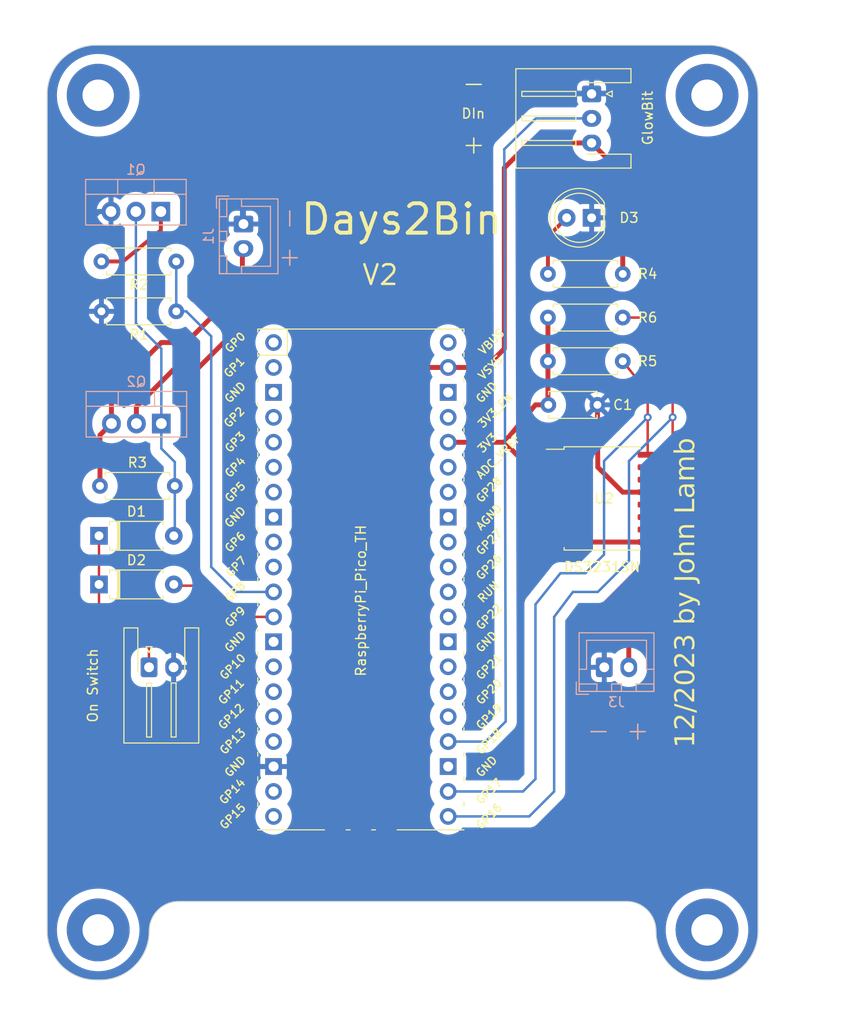
<source format=kicad_pcb>
(kicad_pcb (version 20221018) (generator pcbnew)
  (layers (0 "F.Cu" signal) (31 "B.Cu" signal) (34 "B.Paste" user) (35 "F.Paste" user) (36 "B.SilkS" user "B.Silkscreen") (37 "F.SilkS" user "F.Silkscreen") (38 "B.Mask" user) (39 "F.Mask" user) (44 "Edge.Cuts" user))
  (net 0 "")
  (net 1 "Net-(D1-K)")
  (net 2 "GND")
  (net 11 "Net-(D2-A)")
  (net 13 "Net-(D1-A)")
  (net 23 "4.5VBattery")
  (net 24 "3VBattery")
  (net 40 "3.3V")
  (net 41 "GlowBitDIn")
  (net 43 "SW_4.5V")
  (net 44 "SwitchPwrOn")
  (net 45 "Net-(Q1-Pad1)")
  (net 46 "SDA")
  (net 47 "SCL")
  (net 50 "Net-(D3-A)")
  (footprint "Resistor_THT:R_Axial_DIN0207_L6.3mm_D2.5mm_P7.62mm_Horizontal" (layer "F.Cu") (at 134.62 74.295 180)
    (fp_text reference "R6" (at -2.54 -4.445) (layer "F.SilkS"))
    (fp_text value "330")
    (fp_line (start 0.54 -1.37) (end 7.08 -1.37) (stroke (width 0.12)) (layer "F.SilkS"))
    (fp_line (start 0.54 -1.04) (end 0.54 -1.37) (stroke (width 0.12)) (layer "F.SilkS"))
    (fp_line (start 0.54 1.04) (end 0.54 1.37) (stroke (width 0.12)) (layer "F.SilkS"))
    (fp_line (start 0.54 1.37) (end 7.08 1.37) (stroke (width 0.12)) (layer "F.SilkS"))
    (fp_line (start 7.08 -1.37) (end 7.08 -1.04) (stroke (width 0.12)) (layer "F.SilkS"))
    (fp_line (start 7.08 1.37) (end 7.08 1.04) (stroke (width 0.12)) (layer "F.SilkS"))
    (pad "1" thru_hole circle (at 0 0 180) (size 1.6 1.6) (drill 0.8) (layers "*.Cu" "*.Mask") (net 43 "SW_4.5V"))
    (pad "2" thru_hole oval (at 7.62 0 180) (size 1.6 1.6) (drill 0.8) (layers "*.Cu" "*.Mask") (net 50 "Net-(D3-A)"))
  )
  (footprint "Package_SO:SOIC-16W_7.5x10.3mm_P1.27mm" (layer "F.Cu") (at 132.51 97.155)
    (fp_text reference "U2" (at 0.205 0) (layer "F.SilkS"))
    (fp_text value "DS3231SN" (at 0 6.985) (layer "F.SilkS"))
    (fp_line (start -3.86 -5.26) (end -3.86 -5.005) (stroke (width 0.12)) (layer "F.SilkS"))
    (fp_line (start -3.86 -5.005) (end -5.675 -5.005) (stroke (width 0.12)) (layer "F.SilkS"))
    (fp_line (start -3.86 5.26) (end -3.86 5.005) (stroke (width 0.12)) (layer "F.SilkS"))
    (fp_line (start 0 -5.26) (end -3.86 -5.26) (stroke (width 0.12)) (layer "F.SilkS"))
    (fp_line (start 0 -5.26) (end 3.86 -5.26) (stroke (width 0.12)) (layer "F.SilkS"))
    (fp_line (start 0 5.26) (end -3.86 5.26) (stroke (width 0.12)) (layer "F.SilkS"))
    (fp_line (start 0 5.26) (end 3.86 5.26) (stroke (width 0.12)) (layer "F.SilkS"))
    (fp_line (start 3.86 -5.26) (end 3.86 -5.005) (stroke (width 0.12)) (layer "F.SilkS"))
    (fp_line (start 3.86 5.26) (end 3.86 5.005) (stroke (width 0.12)) (layer "F.SilkS"))
    (pad "1" smd roundrect (at -4.65 -4.445) (size 2.05 0.6) (layers "F.Cu" "F.Paste" "F.Mask"))
    (pad "2" smd roundrect (at -4.65 -3.175) (size 2.05 0.6) (layers "F.Cu" "F.Paste" "F.Mask") (net 40 "3.3V"))
    (pad "3" smd roundrect (at -4.65 -1.905) (size 2.05 0.6) (layers "F.Cu" "F.Paste" "F.Mask"))
    (pad "4" smd roundrect (at -4.65 -0.635) (size 2.05 0.6) (layers "F.Cu" "F.Paste" "F.Mask"))
    (pad "5" smd roundrect (at -4.65 0.635) (size 2.05 0.6) (layers "F.Cu" "F.Paste" "F.Mask") (net 2 "GND"))
    (pad "6" smd roundrect (at -4.65 1.905) (size 2.05 0.6) (layers "F.Cu" "F.Paste" "F.Mask") (net 2 "GND"))
    (pad "7" smd roundrect (at -4.65 3.175) (size 2.05 0.6) (layers "F.Cu" "F.Paste" "F.Mask") (net 2 "GND"))
    (pad "8" smd roundrect (at -4.65 4.445) (size 2.05 0.6) (layers "F.Cu" "F.Paste" "F.Mask") (net 2 "GND"))
    (pad "9" smd roundrect (at 4.65 4.445) (size 2.05 0.6) (layers "F.Cu" "F.Paste" "F.Mask") (net 2 "GND"))
    (pad "10" smd roundrect (at 4.65 3.175) (size 2.05 0.6) (layers "F.Cu" "F.Paste" "F.Mask") (net 2 "GND"))
    (pad "11" smd roundrect (at 4.65 1.905) (size 2.05 0.6) (layers "F.Cu" "F.Paste" "F.Mask") (net 2 "GND"))
    (pad "12" smd roundrect (at 4.65 0.635) (size 2.05 0.6) (layers "F.Cu" "F.Paste" "F.Mask") (net 2 "GND"))
    (pad "13" smd roundrect (at 4.65 -0.635) (size 2.05 0.6) (layers "F.Cu" "F.Paste" "F.Mask") (net 2 "GND"))
    (pad "14" smd roundrect (at 4.65 -1.905) (size 2.05 0.6) (layers "F.Cu" "F.Paste" "F.Mask") (net 24 "3VBattery"))
    (pad "15" smd roundrect (at 4.65 -3.175) (size 2.05 0.6) (layers "F.Cu" "F.Paste" "F.Mask") (net 46 "SDA"))
    (pad "16" smd roundrect (at 4.65 -4.445) (size 2.05 0.6) (layers "F.Cu" "F.Paste" "F.Mask") (net 47 "SCL"))
  )
  (footprint "Resistor_THT:R_Axial_DIN0207_L6.3mm_D2.5mm_P7.62mm_Horizontal" (layer "F.Cu") (at 89.15 73.025 180)
    (fp_text reference "R2" (at 3.81 -2.37) (layer "F.SilkS"))
    (fp_text value "100")
    (fp_line (start 0.54 -1.37) (end 7.08 -1.37) (stroke (width 0.12)) (layer "F.SilkS"))
    (fp_line (start 0.54 -1.04) (end 0.54 -1.37) (stroke (width 0.12)) (layer "F.SilkS"))
    (fp_line (start 0.54 1.04) (end 0.54 1.37) (stroke (width 0.12)) (layer "F.SilkS"))
    (fp_line (start 0.54 1.37) (end 7.08 1.37) (stroke (width 0.12)) (layer "F.SilkS"))
    (fp_line (start 7.08 -1.37) (end 7.08 -1.04) (stroke (width 0.12)) (layer "F.SilkS"))
    (fp_line (start 7.08 1.37) (end 7.08 1.04) (stroke (width 0.12)) (layer "F.SilkS"))
    (pad "1" thru_hole circle (at 0 0 180) (size 1.6 1.6) (drill 0.8) (layers "*.Cu" "*.Mask") (net 44 "SwitchPwrOn"))
    (pad "2" thru_hole oval (at 7.62 0 180) (size 1.6 1.6) (drill 0.8) (layers "*.Cu" "*.Mask") (net 45 "Net-(Q1-Pad1)"))
  )
  (footprint "MountingHole:MountingHole_3.2mm_M3_Pad" (layer "F.Cu") (at 81.2 141.1)
    (fp_text reference "H4" hide)
    (fp_text value "MountingHole_Pad" hide)
    (pad "1" thru_hole circle (at 0 0) (size 6.4 6.4) (drill 3.2) (layers "*.Cu" "*.Mask"))
  )
  (footprint "LED_THT:LED_D5.0mm" (layer "F.Cu") (at 131.45 68.58 180)
    (fp_text reference "D3" (at -3.81 0) (layer "F.SilkS"))
    (fp_text value "LED")
    (fp_line (start -1.29 -1.545) (end -1.29 1.545) (stroke (width 0.12)) (layer "F.SilkS"))
    (fp_arc (start -1.29 -1.54483) (mid 2.072002 -2.880433) (end 4.26 0.000462) (stroke (width 0.12)) (layer "F.SilkS"))
    (fp_arc (start 4.26 -0.000462) (mid 2.072002 2.880433) (end -1.29 1.54483) (stroke (width 0.12)) (layer "F.SilkS"))
    (fp_circle (center 1.27 0) (end 3.77 0) (stroke (width 0.12)) (fill none) (layer "F.SilkS"))
    (pad "1" thru_hole rect (at 0 0 180) (size 1.8 1.8) (drill 0.9) (layers "*.Cu" "*.Mask") (net 2 "GND"))
    (pad "2" thru_hole circle (at 2.54 0 180) (size 1.8 1.8) (drill 0.9) (layers "*.Cu" "*.Mask") (net 50 "Net-(D3-A)"))
  )
  (footprint "Capacitor_THT:C_Disc_D4.7mm_W2.5mm_P5.00mm" (layer "F.Cu") (at 127.04 87.63)
    (fp_text reference "C1" (at 7.58 0) (layer "F.SilkS"))
    (fp_text value "0.22uF")
    (fp_line (start 0.03 -1.37) (end 0.03 -1.055) (stroke (width 0.12)) (layer "F.SilkS"))
    (fp_line (start 0.03 -1.37) (end 4.97 -1.37) (stroke (width 0.12)) (layer "F.SilkS"))
    (fp_line (start 0.03 1.055) (end 0.03 1.37) (stroke (width 0.12)) (layer "F.SilkS"))
    (fp_line (start 0.03 1.37) (end 4.97 1.37) (stroke (width 0.12)) (layer "F.SilkS"))
    (fp_line (start 4.97 -1.37) (end 4.97 -1.055) (stroke (width 0.12)) (layer "F.SilkS"))
    (fp_line (start 4.97 1.055) (end 4.97 1.37) (stroke (width 0.12)) (layer "F.SilkS"))
    (pad "1" thru_hole circle (at 0 0) (size 1.6 1.6) (drill 0.8) (layers "*.Cu" "*.Mask") (net 40 "3.3V"))
    (pad "2" thru_hole circle (at 5 0) (size 1.6 1.6) (drill 0.8) (layers "*.Cu" "*.Mask") (net 2 "GND"))
  )
  (footprint "Resistor_THT:R_Axial_DIN0207_L6.3mm_D2.5mm_P7.62mm_Horizontal" (layer "F.Cu") (at 89.15 78.105 180)
    (fp_text reference "R1" (at 3.81 -2.37) (layer "F.SilkS"))
    (fp_text value "20k")
    (fp_line (start 0.54 -1.37) (end 7.08 -1.37) (stroke (width 0.12)) (layer "F.SilkS"))
    (fp_line (start 0.54 -1.04) (end 0.54 -1.37) (stroke (width 0.12)) (layer "F.SilkS"))
    (fp_line (start 0.54 1.04) (end 0.54 1.37) (stroke (width 0.12)) (layer "F.SilkS"))
    (fp_line (start 0.54 1.37) (end 7.08 1.37) (stroke (width 0.12)) (layer "F.SilkS"))
    (fp_line (start 7.08 -1.37) (end 7.08 -1.04) (stroke (width 0.12)) (layer "F.SilkS"))
    (fp_line (start 7.08 1.37) (end 7.08 1.04) (stroke (width 0.12)) (layer "F.SilkS"))
    (pad "1" thru_hole circle (at 0 0 180) (size 1.6 1.6) (drill 0.8) (layers "*.Cu" "*.Mask") (net 44 "SwitchPwrOn"))
    (pad "2" thru_hole oval (at 7.62 0 180) (size 1.6 1.6) (drill 0.8) (layers "*.Cu" "*.Mask") (net 2 "GND"))
  )
  (footprint "MountingHole:MountingHole_3.2mm_M3_Pad" (layer "F.Cu") (at 81.2 56.1)
    (fp_text reference "H1" hide)
    (fp_text value "MountingHole_Pad" hide)
    (pad "1" thru_hole circle (at 0 0) (size 6.4 6.4) (drill 3.2) (layers "*.Cu" "*.Mask"))
  )
  (footprint "MountingHole:MountingHole_3.2mm_M3_Pad" (layer "F.Cu") (at 143.2 56.1)
    (fp_text reference "H2" hide)
    (fp_text value "MountingHole_Pad" hide)
    (pad "1" thru_hole circle (at 0 0) (size 6.4 6.4) (drill 3.2) (layers "*.Cu" "*.Mask"))
  )
  (footprint "Diode_THT:D_A-405_P7.62mm_Horizontal" (layer "F.Cu") (at 81.28 105.918)
    (fp_text reference "D2" (at 3.81 -2.47) (layer "F.SilkS"))
    (fp_text value "1N4004")
    (fp_line (start 1.09 -1.47) (end 6.53 -1.47) (stroke (width 0.12)) (layer "F.SilkS"))
    (fp_line (start 1.09 -1.14) (end 1.09 -1.47) (stroke (width 0.12)) (layer "F.SilkS"))
    (fp_line (start 1.09 1.14) (end 1.09 1.47) (stroke (width 0.12)) (layer "F.SilkS"))
    (fp_line (start 1.09 1.47) (end 6.53 1.47) (stroke (width 0.12)) (layer "F.SilkS"))
    (fp_line (start 1.87 -1.47) (end 1.87 1.47) (stroke (width 0.12)) (layer "F.SilkS"))
    (fp_line (start 1.99 -1.47) (end 1.99 1.47) (stroke (width 0.12)) (layer "F.SilkS"))
    (fp_line (start 2.11 -1.47) (end 2.11 1.47) (stroke (width 0.12)) (layer "F.SilkS"))
    (fp_line (start 6.53 -1.47) (end 6.53 -1.14) (stroke (width 0.12)) (layer "F.SilkS"))
    (fp_line (start 6.53 1.47) (end 6.53 1.14) (stroke (width 0.12)) (layer "F.SilkS"))
    (pad "1" thru_hole rect (at 0 0) (size 1.8 1.8) (drill 0.9) (layers "*.Cu" "*.Mask") (net 1 "Net-(D1-K)"))
    (pad "2" thru_hole oval (at 7.62 0) (size 1.8 1.8) (drill 0.9) (layers "*.Cu" "*.Mask") (net 11 "Net-(D2-A)"))
  )
  (footprint "Resistor_THT:R_Axial_DIN0207_L6.3mm_D2.5mm_P7.62mm_Horizontal" (layer "F.Cu") (at 81.38 95.885)
    (fp_text reference "R3" (at 3.81 -2.37) (layer "F.SilkS"))
    (fp_text value "20k")
    (fp_line (start 0.54 -1.37) (end 7.08 -1.37) (stroke (width 0.12)) (layer "F.SilkS"))
    (fp_line (start 0.54 -1.04) (end 0.54 -1.37) (stroke (width 0.12)) (layer "F.SilkS"))
    (fp_line (start 0.54 1.04) (end 0.54 1.37) (stroke (width 0.12)) (layer "F.SilkS"))
    (fp_line (start 0.54 1.37) (end 7.08 1.37) (stroke (width 0.12)) (layer "F.SilkS"))
    (fp_line (start 7.08 -1.37) (end 7.08 -1.04) (stroke (width 0.12)) (layer "F.SilkS"))
    (fp_line (start 7.08 1.37) (end 7.08 1.04) (stroke (width 0.12)) (layer "F.SilkS"))
    (pad "1" thru_hole circle (at 0 0) (size 1.6 1.6) (drill 0.8) (layers "*.Cu" "*.Mask") (net 23 "4.5VBattery"))
    (pad "2" thru_hole oval (at 7.62 0) (size 1.6 1.6) (drill 0.8) (layers "*.Cu" "*.Mask") (net 13 "Net-(D1-A)"))
  )
  (footprint "MountingHole:MountingHole_3.2mm_M3_Pad" (layer "F.Cu") (at 143.2 141.1)
    (fp_text reference "H3" hide)
    (fp_text value "MountingHole_Pad" hide)
    (pad "1" thru_hole circle (at 0 0) (size 6.4 6.4) (drill 3.2) (layers "*.Cu" "*.Mask"))
  )
  (footprint "Connector_JST:JST_XH_S3B-XH-A-1_1x03_P2.50mm_Horizontal" (layer "F.Cu") (at 131.445 55.96 -90)
    (fp_text reference "J4" hide)
    (fp_text value "GlowBit" (at 2.46 -5.715 90) (layer "F.SilkS"))
    (fp_line (start -2.56 -4.01) (end -1.14 -4.01) (stroke (width 0.12)) (layer "F.SilkS"))
    (fp_line (start -2.56 7.71) (end -2.56 -4.01) (stroke (width 0.12)) (layer "F.SilkS"))
    (fp_line (start -1.14 -4.01) (end -1.14 0.49) (stroke (width 0.12)) (layer "F.SilkS"))
    (fp_line (start -0.3 -2.1) (end 0.3 -2.1) (stroke (width 0.12)) (layer "F.SilkS"))
    (fp_line (start -0.25 1.6) (end -0.25 7.1) (stroke (width 0.12)) (layer "F.SilkS"))
    (fp_line (start -0.25 7.1) (end 0.25 7.1) (stroke (width 0.12)) (layer "F.SilkS"))
    (fp_line (start 0 -1.5) (end -0.3 -2.1) (stroke (width 0.12)) (layer "F.SilkS"))
    (fp_line (start 0.25 1.6) (end -0.25 1.6) (stroke (width 0.12)) (layer "F.SilkS"))
    (fp_line (start 0.25 7.1) (end 0.25 1.6) (stroke (width 0.12)) (layer "F.SilkS"))
    (fp_line (start 0.3 -2.1) (end 0 -1.5) (stroke (width 0.12)) (layer "F.SilkS"))
    (fp_line (start 2.25 1.6) (end 2.25 7.1) (stroke (width 0.12)) (layer "F.SilkS"))
    (fp_line (start 2.25 7.1) (end 2.75 7.1) (stroke (width 0.12)) (layer "F.SilkS"))
    (fp_line (start 2.5 7.71) (end -2.56 7.71) (stroke (width 0.12)) (layer "F.SilkS"))
    (fp_line (start 2.5 7.71) (end 7.56 7.71) (stroke (width 0.12)) (layer "F.SilkS"))
    (fp_line (start 2.75 1.6) (end 2.25 1.6) (stroke (width 0.12)) (layer "F.SilkS"))
    (fp_line (start 2.75 7.1) (end 2.75 1.6) (stroke (width 0.12)) (layer "F.SilkS"))
    (fp_line (start 4.75 1.6) (end 4.75 7.1) (stroke (width 0.12)) (layer "F.SilkS"))
    (fp_line (start 4.75 7.1) (end 5.25 7.1) (stroke (width 0.12)) (layer "F.SilkS"))
    (fp_line (start 5.25 1.6) (end 4.75 1.6) (stroke (width 0.12)) (layer "F.SilkS"))
    (fp_line (start 5.25 7.1) (end 5.25 1.6) (stroke (width 0.12)) (layer "F.SilkS"))
    (fp_line (start 6.14 -4.01) (end 6.14 0.49) (stroke (width 0.12)) (layer "F.SilkS"))
    (fp_line (start 7.56 -4.01) (end 6.14 -4.01) (stroke (width 0.12)) (layer "F.SilkS"))
    (fp_line (start 7.56 7.71) (end 7.56 -4.01) (stroke (width 0.12)) (layer "F.SilkS"))
    (pad "1" thru_hole roundrect (at 0 0 270) (size 1.7 1.95) (drill 0.95) (layers "*.Cu" "*.Mask") (roundrect_rratio 0.1470588235) (net 2 "GND"))
    (pad "2" thru_hole oval (at 2.5 0 270) (size 1.7 1.95) (drill 0.95) (layers "*.Cu" "*.Mask") (net 41 "GlowBitDIn"))
    (pad "3" thru_hole oval (at 5 0 270) (size 1.7 1.95) (drill 0.95) (layers "*.Cu" "*.Mask") (net 43 "SW_4.5V"))
  )
  (footprint "Resistor_THT:R_Axial_DIN0207_L6.3mm_D2.5mm_P7.62mm_Horizontal" (layer "F.Cu") (at 127 78.74)
    (fp_text reference "R4" (at 10.16 -4.445) (layer "F.SilkS"))
    (fp_text value "10k")
    (fp_line (start 0.54 -1.37) (end 7.08 -1.37) (stroke (width 0.12)) (layer "F.SilkS"))
    (fp_line (start 0.54 -1.04) (end 0.54 -1.37) (stroke (width 0.12)) (layer "F.SilkS"))
    (fp_line (start 0.54 1.04) (end 0.54 1.37) (stroke (width 0.12)) (layer "F.SilkS"))
    (fp_line (start 0.54 1.37) (end 7.08 1.37) (stroke (width 0.12)) (layer "F.SilkS"))
    (fp_line (start 7.08 -1.37) (end 7.08 -1.04) (stroke (width 0.12)) (layer "F.SilkS"))
    (fp_line (start 7.08 1.37) (end 7.08 1.04) (stroke (width 0.12)) (layer "F.SilkS"))
    (pad "1" thru_hole circle (at 0 0) (size 1.6 1.6) (drill 0.8) (layers "*.Cu" "*.Mask") (net 40 "3.3V"))
    (pad "2" thru_hole oval (at 7.62 0) (size 1.6 1.6) (drill 0.8) (layers "*.Cu" "*.Mask") (net 46 "SDA"))
  )
  (footprint "Diode_THT:D_A-405_P7.62mm_Horizontal" (layer "F.Cu") (at 81.28 100.965)
    (fp_text reference "D1" (at 3.81 -2.47) (layer "F.SilkS"))
    (fp_text value "1N4004")
    (fp_line (start 1.09 -1.47) (end 6.53 -1.47) (stroke (width 0.12)) (layer "F.SilkS"))
    (fp_line (start 1.09 -1.14) (end 1.09 -1.47) (stroke (width 0.12)) (layer "F.SilkS"))
    (fp_line (start 1.09 1.14) (end 1.09 1.47) (stroke (width 0.12)) (layer "F.SilkS"))
    (fp_line (start 1.09 1.47) (end 6.53 1.47) (stroke (width 0.12)) (layer "F.SilkS"))
    (fp_line (start 1.87 -1.47) (end 1.87 1.47) (stroke (width 0.12)) (layer "F.SilkS"))
    (fp_line (start 1.99 -1.47) (end 1.99 1.47) (stroke (width 0.12)) (layer "F.SilkS"))
    (fp_line (start 2.11 -1.47) (end 2.11 1.47) (stroke (width 0.12)) (layer "F.SilkS"))
    (fp_line (start 6.53 -1.47) (end 6.53 -1.14) (stroke (width 0.12)) (layer "F.SilkS"))
    (fp_line (start 6.53 1.47) (end 6.53 1.14) (stroke (width 0.12)) (layer "F.SilkS"))
    (pad "1" thru_hole rect (at 0 0) (size 1.8 1.8) (drill 0.9) (layers "*.Cu" "*.Mask") (net 1 "Net-(D1-K)"))
    (pad "2" thru_hole oval (at 7.62 0) (size 1.8 1.8) (drill 0.9) (layers "*.Cu" "*.Mask") (net 13 "Net-(D1-A)"))
  )
  (footprint "Connector_JST:JST_XH_S2B-XH-A-1_1x02_P2.50mm_Horizontal" (layer "F.Cu") (at 86.38 114.355)
    (fp_text reference "J2" hide)
    (fp_text value "On Switch" (at -5.735 1.85 90) (layer "F.SilkS"))
    (fp_line (start -2.56 -4.01) (end -1.14 -4.01) (stroke (width 0.12)) (layer "F.SilkS"))
    (fp_line (start -2.56 7.71) (end -2.56 -4.01) (stroke (width 0.12)) (layer "F.SilkS"))
    (fp_line (start -1.14 -4.01) (end -1.14 0.49) (stroke (width 0.12)) (layer "F.SilkS"))
    (fp_line (start -0.3 -2.1) (end 0.3 -2.1) (stroke (width 0.12)) (layer "F.SilkS"))
    (fp_line (start -0.25 1.6) (end -0.25 7.1) (stroke (width 0.12)) (layer "F.SilkS"))
    (fp_line (start -0.25 7.1) (end 0.25 7.1) (stroke (width 0.12)) (layer "F.SilkS"))
    (fp_line (start 0 -1.5) (end -0.3 -2.1) (stroke (width 0.12)) (layer "F.SilkS"))
    (fp_line (start 0.25 1.6) (end -0.25 1.6) (stroke (width 0.12)) (layer "F.SilkS"))
    (fp_line (start 0.25 7.1) (end 0.25 1.6) (stroke (width 0.12)) (layer "F.SilkS"))
    (fp_line (start 0.3 -2.1) (end 0 -1.5) (stroke (width 0.12)) (layer "F.SilkS"))
    (fp_line (start 1.25 7.71) (end -2.56 7.71) (stroke (width 0.12)) (layer "F.SilkS"))
    (fp_line (start 1.25 7.71) (end 5.06 7.71) (stroke (width 0.12)) (layer "F.SilkS"))
    (fp_line (start 2.25 1.6) (end 2.25 7.1) (stroke (width 0.12)) (layer "F.SilkS"))
    (fp_line (start 2.25 7.1) (end 2.75 7.1) (stroke (width 0.12)) (layer "F.SilkS"))
    (fp_line (start 2.75 1.6) (end 2.25 1.6) (stroke (width 0.12)) (layer "F.SilkS"))
    (fp_line (start 2.75 7.1) (end 2.75 1.6) (stroke (width 0.12)) (layer "F.SilkS"))
    (fp_line (start 3.64 -4.01) (end 3.64 0.49) (stroke (width 0.12)) (layer "F.SilkS"))
    (fp_line (start 5.06 -4.01) (end 3.64 -4.01) (stroke (width 0.12)) (layer "F.SilkS"))
    (fp_line (start 5.06 7.71) (end 5.06 -4.01) (stroke (width 0.12)) (layer "F.SilkS"))
    (pad "1" thru_hole roundrect (at 0 0) (size 1.7 2) (drill 1) (layers "*.Cu" "*.Mask") (roundrect_rratio 0.1470588235) (net 1 "Net-(D1-K)"))
    (pad "2" thru_hole oval (at 2.5 0) (size 1.7 2) (drill 1) (layers "*.Cu" "*.Mask") (net 2 "GND"))
  )
  (footprint "MyFootprints:RPi_Pico_TH" (layer "F.Cu") (at 107.95 105.41)
    (fp_text reference "U1" hide)
    (fp_text value "RaspberryPi_Pico_TH" (at 0 2.159 90) (layer "F.SilkS"))
    (fp_text user "GP20" (at 13.054 11.43 45) (layer "F.SilkS") (effects (font (size 0.8 0.8))))
    (fp_text user "VSYS" (at 13.2 -21.59 45) (layer "F.SilkS") (effects (font (size 0.8 0.8))))
    (fp_text user "GND" (at 12.8 -19.05 45) (layer "F.SilkS") (effects (font (size 0.8 0.8))))
    (fp_text user "GP10" (at -13.054 8.89 45) (layer "F.SilkS") (effects (font (size 0.8 0.8))))
    (fp_text user "GP11" (at -13.2 11.43 45) (layer "F.SilkS") (effects (font (size 0.8 0.8))))
    (fp_text user "GP8" (at -12.8 1.27 45) (layer "F.SilkS") (effects (font (size 0.8 0.8))))
    (fp_text user "GP22" (at 13.054 3.81 45) (layer "F.SilkS") (effects (font (size 0.8 0.8))))
    (fp_text user "GP15" (at -13.054 24.13 45) (layer "F.SilkS") (effects (font (size 0.8 0.8))))
    (fp_text user "VBUS" (at 13.3 -24.2 45) (layer "F.SilkS") (effects (font (size 0.8 0.8))))
    (fp_text user "RUN" (at 13 1.27 45) (layer "F.SilkS") (effects (font (size 0.8 0.8))))
    (fp_text user "GP27" (at 13.054 -3.8 45) (layer "F.SilkS") (effects (font (size 0.8 0.8))))
    (fp_text user "GP6" (at -12.8 -3.81 45) (layer "F.SilkS") (effects (font (size 0.8 0.8))))
    (fp_text user "GND" (at 12.8 6.35 45) (layer "F.SilkS") (effects (font (size 0.8 0.8))))
    (fp_text user "GP1" (at -12.9 -21.6 45) (layer "F.SilkS") (effects (font (size 0.8 0.8))))
    (fp_text user "GND" (at -12.8 19.05 45) (layer "F.SilkS") (effects (font (size 0.8 0.8))))
    (fp_text user "GP19" (at 13.054 13.97 45) (layer "F.SilkS") (effects (font (size 0.8 0.8))))
    (fp_text user "GP12" (at -13.2 13.97 45) (layer "F.SilkS") (effects (font (size 0.8 0.8))))
    (fp_text user "AGND" (at 13.054 -6.35 45) (layer "F.SilkS") (effects (font (size 0.8 0.8))))
    (fp_text user "GP18" (at 13.054 16.51 45) (layer "F.SilkS") (effects (font (size 0.8 0.8))))
    (fp_text user "GND" (at -12.8 -6.35 45) (layer "F.SilkS") (effects (font (size 0.8 0.8))))
    (fp_text user "GP4" (at -12.8 -11.43 45) (layer "F.SilkS") (effects (font (size 0.8 0.8))))
    (fp_text user "GP2" (at -12.9 -16.51 45) (layer "F.SilkS") (effects (font (size 0.8 0.8))))
    (fp_text user "GP9" (at -12.8 3.81 45) (layer "F.SilkS") (effects (font (size 0.8 0.8))))
    (fp_text user "GND" (at -12.8 -19.05 45) (layer "F.SilkS") (effects (font (size 0.8 0.8))))
    (fp_text user "GP14" (at -13.1 21.59 45) (layer "F.SilkS") (effects (font (size 0.8 0.8))))
    (fp_text user "GP13" (at -13.054 16.51 45) (layer "F.SilkS") (effects (font (size 0.8 0.8))))
    (fp_text user "GP0" (at -12.8 -24.13 45) (layer "F.SilkS") (effects (font (size 0.8 0.8))))
    (fp_text user "3V3_EN" (at 13.7 -17.2 45) (layer "F.SilkS") (effects (font (size 0.8 0.8))))
    (fp_text user "ADC_VREF" (at 14 -12.5 45) (layer "F.SilkS") (effects (font (size 0.8 0.8))))
    (fp_text user "GP7" (at -12.7 -1.3 45) (layer "F.SilkS") (effects (font (size 0.8 0.8))))
    (fp_text user "GP28" (at 13.054 -9.144 45) (layer "F.SilkS") (effects (font (size 0.8 0.8))))
    (fp_text user "GP21" (at 13.054 8.9 45) (layer "F.SilkS") (effects (font (size 0.8 0.8))))
    (fp_text user "3V3" (at 12.9 -13.9 45) (layer "F.SilkS") (effects (font (size 0.8 0.8))))
    (fp_text user "GP26" (at 13.054 -1.27 45) (layer "F.SilkS") (effects (font (size 0.8 0.8))))
    (fp_text user "GP5" (at -12.8 -8.89 45) (layer "F.SilkS") (effects (font (size 0.8 0.8))))
    (fp_text user "GND" (at -12.8 6.35 45) (layer "F.SilkS") (effects (font (size 0.8 0.8))))
    (fp_text user "GND" (at 12.8 19.05 45) (layer "F.SilkS") (effects (font (size 0.8 0.8))))
    (fp_text user "GP3" (at -12.8 -13.97 45) (layer "F.SilkS") (effects (font (size 0.8 0.8))))
    (fp_text user "GP17" (at 13.054 21.59 45) (layer "F.SilkS") (effects (font (size 0.8 0.8))))
    (fp_text user "GP16" (at 13.054 24.13 45) (layer "F.SilkS") (effects (font (size 0.8 0.8))))
    (fp_line (start -10.5 -25.5) (end -10.5 -25.2) (stroke (width 0.12)) (layer "F.SilkS"))
    (fp_line (start -10.5 -25.5) (end 10.5 -25.5) (stroke (width 0.12)) (layer "F.SilkS"))
    (fp_line (start -10.5 -23.1) (end -10.5 -22.7) (stroke (width 0.12)) (layer "F.SilkS"))
    (fp_line (start -10.5 -22.833) (end -7.493 -22.833) (stroke (width 0.12)) (layer "F.SilkS"))
    (fp_line (start -10.5 -20.5) (end -10.5 -20.1) (stroke (width 0.12)) (layer "F.SilkS"))
    (fp_line (start -10.5 -18) (end -10.5 -17.6) (stroke (width 0.12)) (layer "F.SilkS"))
    (fp_line (start -10.5 -15.4) (end -10.5 -15) (stroke (width 0.12)) (layer "F.SilkS"))
    (fp_line (start -10.5 -12.9) (end -10.5 -12.5) (stroke (width 0.12)) (layer "F.SilkS"))
    (fp_line (start -10.5 -10.4) (end -10.5 -10) (stroke (width 0.12)) (layer "F.SilkS"))
    (fp_line (start -10.5 -7.8) (end -10.5 -7.4) (stroke (width 0.12)) (layer "F.SilkS"))
    (fp_line (start -10.5 -5.3) (end -10.5 -4.9) (stroke (width 0.12)) (layer "F.SilkS"))
    (fp_line (start -10.5 -2.7) (end -10.5 -2.3) (stroke (width 0.12)) (layer "F.SilkS"))
    (fp_line (start -10.5 -0.2) (end -10.5 0.2) (stroke (width 0.12)) (layer "F.SilkS"))
    (fp_line (start -10.5 2.3) (end -10.5 2.7) (stroke (width 0.12)) (layer "F.SilkS"))
    (fp_line (start -10.5 4.9) (end -10.5 5.3) (stroke (width 0.12)) (layer "F.SilkS"))
    (fp_line (start -10.5 7.4) (end -10.5 7.8) (stroke (width 0.12)) (layer "F.SilkS"))
    (fp_line (start -10.5 10) (end -10.5 10.4) (stroke (width 0.12)) (layer "F.SilkS"))
    (fp_line (start -10.5 12.5) (end -10.5 12.9) (stroke (width 0.12)) (layer "F.SilkS"))
    (fp_line (start -10.5 15.1) (end -10.5 15.5) (stroke (width 0.12)) (layer "F.SilkS"))
    (fp_line (start -10.5 17.6) (end -10.5 18) (stroke (width 0.12)) (layer "F.SilkS"))
    (fp_line (start -10.5 20.1) (end -10.5 20.5) (stroke (width 0.12)) (layer "F.SilkS"))
    (fp_line (start -10.5 22.7) (end -10.5 23.1) (stroke (width 0.12)) (layer "F.SilkS"))
    (fp_line (start -7.493 -22.833) (end -7.493 -25.5) (stroke (width 0.12)) (layer "F.SilkS"))
    (fp_line (start -3.7 25.5) (end -10.5 25.5) (stroke (width 0.12)) (layer "F.SilkS"))
    (fp_line (start -1.5 25.5) (end -1.1 25.5) (stroke (width 0.12)) (layer "F.SilkS"))
    (fp_line (start 1.1 25.5) (end 1.5 25.5) (stroke (width 0.12)) (layer "F.SilkS"))
    (fp_line (start 10.5 -25.5) (end 10.5 -25.2) (stroke (width 0.12)) (layer "F.SilkS"))
    (fp_line (start 10.5 -23.1) (end 10.5 -22.7) (stroke (width 0.12)) (layer "F.SilkS"))
    (fp_line (start 10.5 -20.5) (end 10.5 -20.1) (stroke (width 0.12)) (layer "F.SilkS"))
    (fp_line (start 10.5 -18) (end 10.5 -17.6) (stroke (width 0.12)) (layer "F.SilkS"))
    (fp_line (start 10.5 -15.4) (end 10.5 -15) (stroke (width 0.12)) (layer "F.SilkS"))
    (fp_line (start 10.5 -12.9) (end 10.5 -12.5) (stroke (width 0.12)) (layer "F.SilkS"))
    (fp_line (start 10.5 -10.4) (end 10.5 -10) (stroke (width 0.12)) (layer "F.SilkS"))
    (fp_line (start 10.5 -7.8) (end 10.5 -7.4) (stroke (width 0.12)) (layer "F.SilkS"))
    (fp_line (start 10.5 -5.3) (end 10.5 -4.9) (stroke (width 0.12)) (layer "F.SilkS"))
    (fp_line (start 10.5 -2.7) (end 10.5 -2.3) (stroke (width 0.12)) (layer "F.SilkS"))
    (fp_line (start 10.5 -0.2) (end 10.5 0.2) (stroke (width 0.12)) (layer "F.SilkS"))
    (fp_line (start 10.5 2.3) (end 10.5 2.7) (stroke (width 0.12)) (layer "F.SilkS"))
    (fp_line (start 10.5 4.9) (end 10.5 5.3) (stroke (width 0.12)) (layer "F.SilkS"))
    (fp_line (start 10.5 7.4) (end 10.5 7.8) (stroke (width 0.12)) (layer "F.SilkS"))
    (fp_line (start 10.5 10) (end 10.5 10.4) (stroke (width 0.12)) (layer "F.SilkS"))
    (fp_line (start 10.5 12.5) (end 10.5 12.9) (stroke (width 0.12)) (layer "F.SilkS"))
    (fp_line (start 10.5 15.1) (end 10.5 15.5) (stroke (width 0.12)) (layer "F.SilkS"))
    (fp_line (start 10.5 17.6) (end 10.5 18) (stroke (width 0.12)) (layer "F.SilkS"))
    (fp_line (start 10.5 20.1) (end 10.5 20.5) (stroke (width 0.12)) (layer "F.SilkS"))
    (fp_line (start 10.5 22.7) (end 10.5 23.1) (stroke (width 0.12)) (layer "F.SilkS"))
    (fp_line (start 10.5 25.5) (end 3.7 25.5) (stroke (width 0.12)) (layer "F.SilkS"))
    (pad "1" thru_hole oval (at -8.89 -24.13) (size 1.7 1.7) (drill 1.02) (layers "*.Cu" "*.Mask"))
    (pad "2" thru_hole oval (at -8.89 -21.59) (size 1.7 1.7) (drill 1.02) (layers "*.Cu" "*.Mask"))
    (pad "3" thru_hole rect (at -8.89 -19.05) (size 1.7 1.7) (drill 1.02) (layers "*.Cu" "*.Mask"))
    (pad "4" thru_hole oval (at -8.89 -16.51) (size 1.7 1.7) (drill 1.02) (layers "*.Cu" "*.Mask"))
    (pad "5" thru_hole oval (at -8.89 -13.97) (size 1.7 1.7) (drill 1.02) (layers "*.Cu" "*.Mask"))
    (pad "6" thru_hole oval (at -8.89 -11.43) (size 1.7 1.7) (drill 1.02) (layers "*.Cu" "*.Mask"))
    (pad "7" thru_hole oval (at -8.89 -8.89) (size 1.7 1.7) (drill 1.02) (layers "*.Cu" "*.Mask"))
    (pad "8" thru_hole rect (at -8.89 -6.35) (size 1.7 1.7) (drill 1.02) (layers "*.Cu" "*.Mask"))
    (pad "9" thru_hole oval (at -8.89 -3.81) (size 1.7 1.7) (drill 1.02) (layers "*.Cu" "*.Mask"))
    (pad "10" thru_hole oval (at -8.89 -1.27) (size 1.7 1.7) (drill 1.02) (layers "*.Cu" "*.Mask"))
    (pad "11" thru_hole oval (at -8.89 1.27) (size 1.7 1.7) (drill 1.02) (layers "*.Cu" "*.Mask") (net 44 "SwitchPwrOn"))
    (pad "12" thru_hole oval (at -8.89 3.81) (size 1.7 1.7) (drill 1.02) (layers "*.Cu" "*.Mask") (net 11 "Net-(D2-A)"))
    (pad "13" thru_hole rect (at -8.89 6.35) (size 1.7 1.7) (drill 1.02) (layers "*.Cu" "*.Mask"))
    (pad "14" thru_hole oval (at -8.89 8.89) (size 1.7 1.7) (drill 1.02) (layers "*.Cu" "*.Mask"))
    (pad "15" thru_hole oval (at -8.89 11.43) (size 1.7 1.7) (drill 1.02) (layers "*.Cu" "*.Mask"))
    (pad "16" thru_hole oval (at -8.89 13.97) (size 1.7 1.7) (drill 1.02) (layers "*.Cu" "*.Mask"))
    (pad "17" thru_hole oval (at -8.89 16.51) (size 1.7 1.7) (drill 1.02) (layers "*.Cu" "*.Mask"))
    (pad "18" thru_hole rect (at -8.89 19.05) (size 1.7 1.7) (drill 1.02) (layers "*.Cu" "*.Mask") (net 2 "GND"))
    (pad "19" thru_hole oval (at -8.89 21.59) (size 1.7 1.7) (drill 1.02) (layers "*.Cu" "*.Mask"))
    (pad "20" thru_hole oval (at -8.89 24.13) (size 1.7 1.7) (drill 1.02) (layers "*.Cu" "*.Mask"))
    (pad "21" thru_hole oval (at 8.89 24.13) (size 1.7 1.7) (drill 1.02) (layers "*.Cu" "*.Mask") (net 46 "SDA"))
    (pad "22" thru_hole oval (at 8.89 21.59) (size 1.7 1.7) (drill 1.02) (layers "*.Cu" "*.Mask") (net 47 "SCL"))
    (pad "23" thru_hole rect (at 8.89 19.05) (size 1.7 1.7) (drill 1.02) (layers "*.Cu" "*.Mask"))
    (pad "24" thru_hole oval (at 8.89 16.51) (size 1.7 1.7) (drill 1.02) (layers "*.Cu" "*.Mask") (net 41 "GlowBitDIn"))
    (pad "25" thru_hole oval (at 8.89 13.97) (size 1.7 1.7) (drill 1.02) (layers "*.Cu" "*.Mask"))
    (pad "26" thru_hole oval (at 8.89 11.43) (size 1.7 1.7) (drill 1.02) (layers "*.Cu" "*.Mask"))
    (pad "27" thru_hole oval (at 8.89 8.89) (size 1.7 1.7) (drill 1.02) (layers "*.Cu" "*.Mask"))
    (pad "28" thru_hole rect (at 8.89 6.35) (size 1.7 1.7) (drill 1.02) (layers "*.Cu" "*.Mask"))
    (pad "29" thru_hole oval (at 8.89 3.81) (size 1.7 1.7) (drill 1.02) (layers "*.Cu" "*.Mask"))
    (pad "30" thru_hole oval (at 8.89 1.27) (size 1.7 1.7) (drill 1.02) (layers "*.Cu" "*.Mask"))
    (pad "31" thru_hole oval (at 8.89 -1.27) (size 1.7 1.7) (drill 1.02) (layers "*.Cu" "*.Mask"))
    (pad "32" thru_hole oval (at 8.89 -3.81) (size 1.7 1.7) (drill 1.02) (layers "*.Cu" "*.Mask"))
    (pad "33" thru_hole rect (at 8.89 -6.35) (size 1.7 1.7) (drill 1.02) (layers "*.Cu" "*.Mask"))
    (pad "34" thru_hole oval (at 8.89 -8.89) (size 1.7 1.7) (drill 1.02) (layers "*.Cu" "*.Mask"))
    (pad "35" thru_hole oval (at 8.89 -11.43) (size 1.7 1.7) (drill 1.02) (layers "*.Cu" "*.Mask"))
    (pad "36" thru_hole oval (at 8.89 -13.97) (size 1.7 1.7) (drill 1.02) (layers "*.Cu" "*.Mask") (net 40 "3.3V"))
    (pad "37" thru_hole oval (at 8.89 -16.51) (size 1.7 1.7) (drill 1.02) (layers "*.Cu" "*.Mask"))
    (pad "38" thru_hole rect (at 8.89 -19.05) (size 1.7 1.7) (drill 1.02) (layers "*.Cu" "*.Mask"))
    (pad "39" thru_hole oval (at 8.89 -21.59) (size 1.7 1.7) (drill 1.02) (layers "*.Cu" "*.Mask") (net 43 "SW_4.5V"))
    (pad "40" thru_hole oval (at 8.89 -24.13) (size 1.7 1.7) (drill 1.02) (layers "*.Cu" "*.Mask"))
  )
  (footprint "Resistor_THT:R_Axial_DIN0207_L6.3mm_D2.5mm_P7.62mm_Horizontal" (layer "F.Cu") (at 127 83.185)
    (fp_text reference "R5" (at 10.16 0) (layer "F.SilkS"))
    (fp_text value "10k")
    (fp_line (start 0.54 -1.37) (end 7.08 -1.37) (stroke (width 0.12)) (layer "F.SilkS"))
    (fp_line (start 0.54 -1.04) (end 0.54 -1.37) (stroke (width 0.12)) (layer "F.SilkS"))
    (fp_line (start 0.54 1.04) (end 0.54 1.37) (stroke (width 0.12)) (layer "F.SilkS"))
    (fp_line (start 0.54 1.37) (end 7.08 1.37) (stroke (width 0.12)) (layer "F.SilkS"))
    (fp_line (start 7.08 -1.37) (end 7.08 -1.04) (stroke (width 0.12)) (layer "F.SilkS"))
    (fp_line (start 7.08 1.37) (end 7.08 1.04) (stroke (width 0.12)) (layer "F.SilkS"))
    (pad "1" thru_hole circle (at 0 0) (size 1.6 1.6) (drill 0.8) (layers "*.Cu" "*.Mask") (net 40 "3.3V"))
    (pad "2" thru_hole oval (at 7.62 0) (size 1.6 1.6) (drill 0.8) (layers "*.Cu" "*.Mask") (net 47 "SCL"))
  )
  (footprint "Connector_JST:JST_XH_B2B-XH-A_1x02_P2.50mm_Vertical" (layer "B.Cu") (at 95.995 69.215 -90)
    (fp_text reference "J1" (at 1.25 3.55 90) (layer "B.SilkS") (effects (justify mirror)))
    (fp_text value "4.5V Battery")
    (fp_line (start -2.85 2.75) (end -2.85 1.5) (stroke (width 0.12)) (layer "B.SilkS"))
    (fp_line (start -2.56 -3.51) (end 5.06 -3.51) (stroke (width 0.12)) (layer "B.SilkS"))
    (fp_line (start -2.56 2.46) (end -2.56 -3.51) (stroke (width 0.12)) (layer "B.SilkS"))
    (fp_line (start -2.55 0.2) (end -1.8 0.2) (stroke (width 0.12)) (layer "B.SilkS"))
    (fp_line (start -2.55 1.7) (end -0.75 1.7) (stroke (width 0.12)) (layer "B.SilkS"))
    (fp_line (start -2.55 2.45) (end -2.55 1.7) (stroke (width 0.12)) (layer "B.SilkS"))
    (fp_line (start -1.8 -2.75) (end 1.25 -2.75) (stroke (width 0.12)) (layer "B.SilkS"))
    (fp_line (start -1.8 0.2) (end -1.8 -2.75) (stroke (width 0.12)) (layer "B.SilkS"))
    (fp_line (start -1.6 2.75) (end -2.85 2.75) (stroke (width 0.12)) (layer "B.SilkS"))
    (fp_line (start -0.75 1.7) (end -0.75 2.45) (stroke (width 0.12)) (layer "B.SilkS"))
    (fp_line (start -0.75 2.45) (end -2.55 2.45) (stroke (width 0.12)) (layer "B.SilkS"))
    (fp_line (start 0.75 1.7) (end 1.75 1.7) (stroke (width 0.12)) (layer "B.SilkS"))
    (fp_line (start 0.75 2.45) (end 0.75 1.7) (stroke (width 0.12)) (layer "B.SilkS"))
    (fp_line (start 1.75 1.7) (end 1.75 2.45) (stroke (width 0.12)) (layer "B.SilkS"))
    (fp_line (start 1.75 2.45) (end 0.75 2.45) (stroke (width 0.12)) (layer "B.SilkS"))
    (fp_line (start 3.25 1.7) (end 5.05 1.7) (stroke (width 0.12)) (layer "B.SilkS"))
    (fp_line (start 3.25 2.45) (end 3.25 1.7) (stroke (width 0.12)) (layer "B.SilkS"))
    (fp_line (start 4.3 -2.75) (end 1.25 -2.75) (stroke (width 0.12)) (layer "B.SilkS"))
    (fp_line (start 4.3 0.2) (end 4.3 -2.75) (stroke (width 0.12)) (layer "B.SilkS"))
    (fp_line (start 5.05 0.2) (end 4.3 0.2) (stroke (width 0.12)) (layer "B.SilkS"))
    (fp_line (start 5.05 1.7) (end 5.05 2.45) (stroke (width 0.12)) (layer "B.SilkS"))
    (fp_line (start 5.05 2.45) (end 3.25 2.45) (stroke (width 0.12)) (layer "B.SilkS"))
    (fp_line (start 5.06 -3.51) (end 5.06 2.46) (stroke (width 0.12)) (layer "B.SilkS"))
    (fp_line (start 5.06 2.46) (end -2.56 2.46) (stroke (width 0.12)) (layer "B.SilkS"))
    (pad "1" thru_hole roundrect (at 0 0 270) (size 1.7 2) (drill 1) (layers "*.Cu" "*.Mask") (roundrect_rratio 0.1470588235) (net 2 "GND"))
    (pad "2" thru_hole oval (at 2.5 0 270) (size 1.7 2) (drill 1) (layers "*.Cu" "*.Mask") (net 23 "4.5VBattery"))
  )
  (footprint "Package_TO_SOT_THT:TO-220-3_Vertical" (layer "B.Cu") (at 87.58 67.945 180)
    (fp_text reference "Q1" (at 2.54 4.27) (layer "B.SilkS") (effects (justify mirror)))
    (fp_text value "FQP30N06L")
    (fp_line (start -2.58 -1.371) (end 7.66 -1.371) (stroke (width 0.12)) (layer "B.SilkS"))
    (fp_line (start -2.58 1.76) (end 7.66 1.76) (stroke (width 0.12)) (layer "B.SilkS"))
    (fp_line (start -2.58 3.27) (end -2.58 -1.371) (stroke (width 0.12)) (layer "B.SilkS"))
    (fp_line (start -2.58 3.27) (end 7.66 3.27) (stroke (width 0.12)) (layer "B.SilkS"))
    (fp_line (start 0.69 3.27) (end 0.69 1.76) (stroke (width 0.12)) (layer "B.SilkS"))
    (fp_line (start 4.391 3.27) (end 4.391 1.76) (stroke (width 0.12)) (layer "B.SilkS"))
    (fp_line (start 7.66 3.27) (end 7.66 -1.371) (stroke (width 0.12)) (layer "B.SilkS"))
    (pad "1" thru_hole rect (at 0 0 180) (size 1.905 2) (drill 1.1) (layers "*.Cu" "*.Mask") (net 45 "Net-(Q1-Pad1)"))
    (pad "2" thru_hole oval (at 2.54 0 180) (size 1.905 2) (drill 1.1) (layers "*.Cu" "*.Mask") (net 13 "Net-(D1-A)"))
    (pad "3" thru_hole oval (at 5.08 0 180) (size 1.905 2) (drill 1.1) (layers "*.Cu" "*.Mask") (net 2 "GND"))
  )
  (footprint "Package_TO_SOT_THT:TO-220-3_Vertical" (layer "B.Cu") (at 87.63 89.535 180)
    (fp_text reference "Q2" (at 2.54 4.27) (layer "B.SilkS") (effects (justify mirror)))
    (fp_text value "SUP53P06-20-E3")
    (fp_line (start -2.58 -1.371) (end 7.66 -1.371) (stroke (width 0.12)) (layer "B.SilkS"))
    (fp_line (start -2.58 1.76) (end 7.66 1.76) (stroke (width 0.12)) (layer "B.SilkS"))
    (fp_line (start -2.58 3.27) (end -2.58 -1.371) (stroke (width 0.12)) (layer "B.SilkS"))
    (fp_line (start -2.58 3.27) (end 7.66 3.27) (stroke (width 0.12)) (layer "B.SilkS"))
    (fp_line (start 0.69 3.27) (end 0.69 1.76) (stroke (width 0.12)) (layer "B.SilkS"))
    (fp_line (start 4.391 3.27) (end 4.391 1.76) (stroke (width 0.12)) (layer "B.SilkS"))
    (fp_line (start 7.66 3.27) (end 7.66 -1.371) (stroke (width 0.12)) (layer "B.SilkS"))
    (pad "1" thru_hole rect (at 0 0 180) (size 1.905 2) (drill 1.1) (layers "*.Cu" "*.Mask") (net 13 "Net-(D1-A)"))
    (pad "2" thru_hole oval (at 2.54 0 180) (size 1.905 2) (drill 1.1) (layers "*.Cu" "*.Mask") (net 43 "SW_4.5V"))
    (pad "3" thru_hole oval (at 5.08 0 180) (size 1.905 2) (drill 1.1) (layers "*.Cu" "*.Mask") (net 23 "4.5VBattery"))
  )
  (footprint "Connector_JST:JST_XH_B2B-XH-A_1x02_P2.50mm_Vertical" (layer "B.Cu") (at 132.735 114.355)
    (fp_text reference "J3" (at 1.25 3.55) (layer "B.SilkS") (effects (justify mirror)))
    (fp_text value "3V Battery")
    (fp_line (start -2.85 2.75) (end -2.85 1.5) (stroke (width 0.12)) (layer "B.SilkS"))
    (fp_line (start -2.56 -3.51) (end 5.06 -3.51) (stroke (width 0.12)) (layer "B.SilkS"))
    (fp_line (start -2.56 2.46) (end -2.56 -3.51) (stroke (width 0.12)) (layer "B.SilkS"))
    (fp_line (start -2.55 0.2) (end -1.8 0.2) (stroke (width 0.12)) (layer "B.SilkS"))
    (fp_line (start -2.55 1.7) (end -0.75 1.7) (stroke (width 0.12)) (layer "B.SilkS"))
    (fp_line (start -2.55 2.45) (end -2.55 1.7) (stroke (width 0.12)) (layer "B.SilkS"))
    (fp_line (start -1.8 -2.75) (end 1.25 -2.75) (stroke (width 0.12)) (layer "B.SilkS"))
    (fp_line (start -1.8 0.2) (end -1.8 -2.75) (stroke (width 0.12)) (layer "B.SilkS"))
    (fp_line (start -1.6 2.75) (end -2.85 2.75) (stroke (width 0.12)) (layer "B.SilkS"))
    (fp_line (start -0.75 1.7) (end -0.75 2.45) (stroke (width 0.12)) (layer "B.SilkS"))
    (fp_line (start -0.75 2.45) (end -2.55 2.45) (stroke (width 0.12)) (layer "B.SilkS"))
    (fp_line (start 0.75 1.7) (end 1.75 1.7) (stroke (width 0.12)) (layer "B.SilkS"))
    (fp_line (start 0.75 2.45) (end 0.75 1.7) (stroke (width 0.12)) (layer "B.SilkS"))
    (fp_line (start 1.75 1.7) (end 1.75 2.45) (stroke (width 0.12)) (layer "B.SilkS"))
    (fp_line (start 1.75 2.45) (end 0.75 2.45) (stroke (width 0.12)) (layer "B.SilkS"))
    (fp_line (start 3.25 1.7) (end 5.05 1.7) (stroke (width 0.12)) (layer "B.SilkS"))
    (fp_line (start 3.25 2.45) (end 3.25 1.7) (stroke (width 0.12)) (layer "B.SilkS"))
    (fp_line (start 4.3 -2.75) (end 1.25 -2.75) (stroke (width 0.12)) (layer "B.SilkS"))
    (fp_line (start 4.3 0.2) (end 4.3 -2.75) (stroke (width 0.12)) (layer "B.SilkS"))
    (fp_line (start 5.05 0.2) (end 4.3 0.2) (stroke (width 0.12)) (layer "B.SilkS"))
    (fp_line (start 5.05 1.7) (end 5.05 2.45) (stroke (width 0.12)) (layer "B.SilkS"))
    (fp_line (start 5.05 2.45) (end 3.25 2.45) (stroke (width 0.12)) (layer "B.SilkS"))
    (fp_line (start 5.06 -3.51) (end 5.06 2.46) (stroke (width 0.12)) (layer "B.SilkS"))
    (fp_line (start 5.06 2.46) (end -2.56 2.46) (stroke (width 0.12)) (layer "B.SilkS"))
    (pad "1" thru_hole roundrect (at 0 0) (size 1.7 2) (drill 1) (layers "*.Cu" "*.Mask") (roundrect_rratio 0.1470588235) (net 2 "GND"))
    (pad "2" thru_hole oval (at 2.5 0) (size 1.7 2) (drill 1) (layers "*.Cu" "*.Mask") (net 24 "3VBattery"))
  )
  (gr_line (start 89.4 138.2) (end 135 138.2) (stroke (width 0.1)) (layer "Edge.Cuts"))
  (gr_arc (start 148.4 141.2) (mid 146.935534 144.735534) (end 143.4 146.2) (stroke (width 0.1)) (layer "Edge.Cuts"))
  (gr_line (start 81 51) (end 143.4 51) (stroke (width 0.1)) (layer "Edge.Cuts"))
  (gr_arc (start 143 146.2) (mid 139.464467 144.735534) (end 138 141.2) (stroke (width 0.1)) (layer "Edge.Cuts"))
  (gr_arc (start 81 146.2) (mid 77.464466 144.735534) (end 76 141.2) (stroke (width 0.1)) (layer "Edge.Cuts"))
  (gr_arc (start 143.4 51) (mid 146.935533 52.464466) (end 148.4 56) (stroke (width 0.1)) (layer "Edge.Cuts"))
  (gr_arc (start 76 56) (mid 77.464466 52.464466) (end 81 51) (stroke (width 0.1)) (layer "Edge.Cuts"))
  (gr_line (start 81 146.2) (end 81.4 146.2) (stroke (width 0.1)) (layer "Edge.Cuts"))
  (gr_arc (start 86.4 141.2) (mid 87.27868 139.07868) (end 89.4 138.2) (stroke (width 0.1)) (layer "Edge.Cuts"))
  (gr_line (start 143.4 146.2) (end 143 146.2) (stroke (width 0.1)) (layer "Edge.Cuts"))
  (gr_arc (start 86.4 141.2) (mid 84.935534 144.735533) (end 81.4 146.2) (stroke (width 0.1)) (layer "Edge.Cuts"))
  (gr_line (start 148.4 56) (end 148.4 141.2) (stroke (width 0.1)) (layer "Edge.Cuts"))
  (gr_line (start 76 141.2) (end 76 56) (stroke (width 0.1)) (layer "Edge.Cuts"))
  (gr_arc (start 135 138.2) (mid 137.12132 139.07868) (end 138 141.2) (stroke (width 0.1)) (layer "Edge.Cuts"))
  (gr_text "- +" (at 130.81 121.92) (layer "B.SilkS") (effects (font (size 2 2)) (justify left bottom)))
  (gr_text "- +" (at 99.695 67.31 -90) (layer "B.SilkS") (effects (font (size 2 2)) (justify left bottom)))
  (gr_text "Days2Bin" (at 101.6 70.485) (layer "F.SilkS") (effects (font (size 3 3) (thickness 0.4)) (justify left bottom)))
  (gr_text "12/2023 by John Lamb" (at 142.24 122.555 90) (layer "F.SilkS") (effects (font (size 2 2)) (justify left bottom)))
  (gr_text "DIn" (at 118.11 58.55) (layer "F.SilkS") (effects (font (size 1 1)) (justify left bottom)))
  (gr_text "V2" (at 107.95 75.565) (layer "F.SilkS") (effects (font (size 2 2) (thickness 0.25)) (justify left bottom)))
  (gr_text "-" (at 118.11 56.01) (layer "F.SilkS") (effects (font (size 2 2)) (justify left bottom)))
  (gr_text "+" (at 118.11 62.23) (layer "F.SilkS") (effects (font (size 2 2)) (justify left bottom)))
  (segment (start 81.28 108.585) (end 86.36 112.395) (width 0.25) (layer "F.Cu") (net 1))
  (segment (start 81.28 100.965) (end 81.28 108.585) (width 0.25) (layer "F.Cu") (net 1))
  (segment (start 86.36 112.395) (end 86.38 114.355) (width 0.25) (layer "F.Cu") (net 1))
  (segment (start 132.735 114.355) (end 132.735 107.95) (width 0.5) (layer "F.Cu") (net 2))
  (segment (start 137.16 103.505) (end 137.16 101.6) (width 0.5) (layer "F.Cu") (net 2))
  (segment (start 132.735 107.95) (end 137.16 103.505) (width 0.5) (layer "F.Cu") (net 2))
  (segment (start 132.08 93.98) (end 134.62 96.52) (width 0.5) (layer "F.Cu") (net 2))
  (segment (start 137.16 101.6) (end 127.86 101.6) (width 0.5) (layer "F.Cu") (net 2))
  (segment (start 137.16 97.79) (end 137.16 101.6) (width 0.5) (layer "F.Cu") (net 2))
  (segment (start 134.62 96.52) (end 137.16 96.52) (width 0.5) (layer "F.Cu") (net 2))
  (segment (start 132.04 87.63) (end 132.08 93.98) (width 0.5) (layer "F.Cu") (net 2))
  (segment (start 127.86 97.79) (end 127.86 101.6) (width 0.5) (layer "F.Cu") (net 2))
  (segment (start 137.16 96.52) (end 137.16 101.6) (width 0.5) (layer "F.Cu") (net 2))
  (segment (start 95.995 69.215) (end 95.885 69.105) (width 0.5) (layer "B.Cu") (net 2))
  (segment (start 90.805 63.5) (end 95.885 67.31) (width 0.5) (layer "B.Cu") (net 2))
  (segment (start 133.985 87.63) (end 132.04 87.63) (width 0.5) (layer "B.Cu") (net 2))
  (segment (start 80.01 78.105) (end 81.53 78.105) (width 0.5) (layer "B.Cu") (net 2))
  (segment (start 81.28 67.945) (end 77.47 71.755) (width 0.5) (layer "B.Cu") (net 2))
  (segment (start 85.09 63.5) (end 90.805 63.5) (width 0.5) (layer "B.Cu") (net 2))
  (segment (start 106.045 55.88) (end 135.255 55.88) (width 0.5) (layer "B.Cu") (net 2))
  (segment (start 77.47 114.935) (end 81.28 118.745) (width 0.5) (layer "B.Cu") (net 2))
  (segment (start 77.47 80.645) (end 77.47 114.935) (width 0.5) (layer "B.Cu") (net 2))
  (segment (start 88.88 117.495) (end 90.13 118.745) (width 0.5) (layer "B.Cu") (net 2))
  (segment (start 80.01 78.105) (end 77.47 80.645) (width 0.5) (layer "B.Cu") (net 2))
  (segment (start 81.28 118.745) (end 87.63 118.745) (width 0.5) (layer "B.Cu") (net 2))
  (segment (start 82.5 67.945) (end 82.5 65.455) (width 0.5) (layer "B.Cu") (net 2))
  (segment (start 95.885 69.105) (end 95.885 67.31) (width 0.5) (layer "B.Cu") (net 2))
  (segment (start 82.5 67.945) (end 81.28 67.945) (width 0.5) (layer "B.Cu") (net 2))
  (segment (start 77.47 71.755) (end 77.47 75.565) (width 0.5) (layer "B.Cu") (net 2))
  (segment (start 137.795 68.58) (end 139.7 70.485) (width 0.5) (layer "B.Cu") (net 2))
  (segment (start 87.63 118.745) (end 88.88 117.495) (width 0.5) (layer "B.Cu") (net 2))
  (segment (start 95.885 67.31) (end 106.045 55.88) (width 0.5) (layer "B.Cu") (net 2))
  (segment (start 90.13 118.745) (end 95.845 124.46) (width 0.5) (layer "B.Cu") (net 2))
  (segment (start 82.5 65.455) (end 85.09 63.5) (width 0.5) (layer "B.Cu") (net 2))
  (segment (start 139.7 81.915) (end 133.985 87.63) (width 0.5) (layer "B.Cu") (net 2))
  (segment (start 139.7 70.485) (end 139.7 81.915) (width 0.5) (layer "B.Cu") (net 2))
  (segment (start 135.255 55.88) (end 139.7 65.405) (width 0.5) (layer "B.Cu") (net 2))
  (segment (start 95.845 124.46) (end 99.06 124.46) (width 0.5) (layer "B.Cu") (net 2))
  (segment (start 77.47 75.565) (end 80.01 78.105) (width 0.5) (layer "B.Cu") (net 2))
  (segment (start 139.7 65.405) (end 139.7 70.485) (width 0.5) (layer "B.Cu") (net 2))
  (segment (start 88.88 117.495) (end 88.88 114.355) (width 0.5) (layer "B.Cu") (net 2))
  (segment (start 131.45 68.58) (end 137.795 68.58) (width 0.5) (layer "B.Cu") (net 2))
  (segment (start 95.25 109.22) (end 92.075 106.045) (width 0.25) (layer "F.Cu") (net 11))
  (segment (start 99.06 109.22) (end 95.25 109.22) (width 0.25) (layer "F.Cu") (net 11))
  (segment (start 92.075 106.045) (end 88.9 106.045) (width 0.25) (layer "F.Cu") (net 11))
  (segment (start 87.63 89.535) (end 87.63 92.075) (width 0.25) (layer "B.Cu") (net 13))
  (segment (start 89 93.445) (end 89 95.885) (width 0.25) (layer "B.Cu") (net 13))
  (segment (start 85.04 67.945) (end 85.04 79.325) (width 0.25) (layer "B.Cu") (net 13))
  (segment (start 89 95.885) (end 89 100.865) (width 0.25) (layer "B.Cu") (net 13))
  (segment (start 85.04 79.325) (end 87.63 81.915) (width 0.25) (layer "B.Cu") (net 13))
  (segment (start 87.63 92.075) (end 89 93.445) (width 0.25) (layer "B.Cu") (net 13))
  (segment (start 87.63 81.915) (end 87.63 89.535) (width 0.25) (layer "B.Cu") (net 13))
  (segment (start 89 100.865) (end 88.9 100.965) (width 0.25) (layer "B.Cu") (net 13))
  (segment (start 82.55 89.535) (end 82.55 86.36) (width 0.5) (layer "F.Cu") (net 23))
  (segment (start 90.17 81.28) (end 95.885 75.565) (width 0.5) (layer "F.Cu") (net 23))
  (segment (start 81.38 90.705) (end 82.55 89.535) (width 0.5) (layer "F.Cu") (net 23))
  (segment (start 81.38 95.885) (end 81.38 90.705) (width 0.5) (layer "F.Cu") (net 23))
  (segment (start 95.885 71.825) (end 95.995 71.715) (width 0.5) (layer "F.Cu") (net 23))
  (segment (start 95.885 75.565) (end 95.885 71.825) (width 0.5) (layer "F.Cu") (net 23))
  (segment (start 82.55 86.36) (end 87.63 81.28) (width 0.5) (layer "F.Cu") (net 23))
  (segment (start 87.63 81.28) (end 90.17 81.28) (width 0.5) (layer "F.Cu") (net 23))
  (segment (start 140.97 102.87) (end 140.97 96.941472) (width 0.5) (layer "F.Cu") (net 24))
  (segment (start 135.235 108.605) (end 140.97 102.87) (width 0.5) (layer "F.Cu") (net 24))
  (segment (start 139.278528 95.25) (end 137.16 95.25) (width 0.5) (layer "F.Cu") (net 24))
  (segment (start 135.235 114.355) (end 135.235 108.605) (width 0.5) (layer "F.Cu") (net 24))
  (segment (start 140.97 96.941472) (end 139.278528 95.25) (width 0.5) (layer "F.Cu") (net 24))
  (segment (start 122.555 91.44) (end 125.095 93.98) (width 0.5) (layer "F.Cu") (net 40))
  (segment (start 127 78.74) (end 127 87.59) (width 0.5) (layer "F.Cu") (net 40))
  (segment (start 125.095 93.98) (end 127.86 93.98) (width 0.5) (layer "F.Cu") (net 40))
  (segment (start 122.555 91.44) (end 125.73 87.63) (width 0.5) (layer "F.Cu") (net 40))
  (segment (start 116.84 91.44) (end 122.555 91.44) (width 0.5) (layer "F.Cu") (net 40))
  (segment (start 127 87.59) (end 127.04 87.63) (width 0.5) (layer "F.Cu") (net 40))
  (segment (start 125.73 87.63) (end 127.04 87.63) (width 0.5) (layer "F.Cu") (net 40))
  (segment (start 122.7 119.87) (end 122.555 61.595) (width 0.25) (layer "B.Cu") (net 41))
  (segment (start 116.84 121.92) (end 120.65 121.92) (width 0.25) (layer "B.Cu") (net 41))
  (segment (start 122.555 61.595) (end 125.77 58.46) (width 0.25) (layer "B.Cu") (net 41))
  (segment (start 125.77 58.46) (end 131.445 58.46) (width 0.25) (layer "B.Cu") (net 41))
  (segment (start 120.65 121.92) (end 122.7 119.87) (width 0.25) (layer "B.Cu") (net 41))
  (segment (start 85.09 87.8205) (end 89.0905 83.82) (width 0.5) (layer "F.Cu") (net 43))
  (segment (start 134.62 74.295) (end 134.62 64.135) (width 0.5) (layer "F.Cu") (net 43))
  (segment (start 107.95 77.47) (end 114.3 83.82) (width 0.5) (layer "F.Cu") (net 43))
  (segment (start 120.65 83.82) (end 122.555 81.915) (width 0.5) (layer "F.Cu") (net 43))
  (segment (start 97.79 77.47) (end 107.95 77.47) (width 0.5) (layer "F.Cu") (net 43))
  (segment (start 122.555 81.915) (end 122.555 63.5) (width 0.5) (layer "F.Cu") (net 43))
  (segment (start 122.555 63.5) (end 125.095 60.96) (width 0.5) (layer "F.Cu") (net 43))
  (segment (start 89.0905 83.82) (end 91.44 83.82) (width 0.5) (layer "F.Cu") (net 43))
  (segment (start 91.44 83.82) (end 97.79 77.47) (width 0.5) (layer "F.Cu") (net 43))
  (segment (start 85.09 89.535) (end 85.09 87.8205) (width 0.5) (layer "F.Cu") (net 43))
  (segment (start 114.3 83.82) (end 116.84 83.82) (width 0.5) (layer "F.Cu") (net 43))
  (segment (start 116.84 83.82) (end 120.65 83.82) (width 0.5) (layer "F.Cu") (net 43))
  (segment (start 134.62 64.135) (end 131.445 60.96) (width 0.5) (layer "F.Cu") (net 43))
  (segment (start 125.095 60.96) (end 131.445 60.96) (width 0.5) (layer "F.Cu") (net 43))
  (segment (start 95.25 106.68) (end 99.06 106.68) (width 0.25) (layer "B.Cu") (net 44))
  (segment (start 89.15 78.105) (end 90.17 78.105) (width 0.25) (layer "B.Cu") (net 44))
  (segment (start 92.71 104.14) (end 95.25 106.68) (width 0.25) (layer "B.Cu") (net 44))
  (segment (start 90.17 78.105) (end 92.71 80.645) (width 0.25) (layer "B.Cu") (net 44))
  (segment (start 92.71 80.645) (end 92.71 104.14) (width 0.25) (layer "B.Cu") (net 44))
  (segment (start 89.15 73.025) (end 89.15 78.105) (width 0.25) (layer "B.Cu") (net 44))
  (segment (start 87.58 67.945) (end 87.58 69.85) (width 0.4) (layer "F.Cu") (net 45))
  (segment (start 87.58 69.85) (end 83.72 73.025) (width 0.4) (layer "F.Cu") (net 45))
  (segment (start 83.72 73.025) (end 81.53 73.025) (width 0.4) (layer "F.Cu") (net 45))
  (segment (start 139.7 93.98) (end 137.16 93.98) (width 0.25) (layer "F.Cu") (net 46))
  (segment (start 134.62 78.74) (end 136.525 78.74) (width 0.25) (layer "F.Cu") (net 46))
  (segment (start 136.525 78.74) (end 139.7 81.28) (width 0.25) (layer "F.Cu") (net 46))
  (segment (start 139.7 81.28) (end 139.7 93.98) (width 0.25) (layer "F.Cu") (net 46))
  (via (at 139.7 88.9) (size 0.8) (drill 0.4) (layers "F.Cu" "B.Cu") (net 46))
  (segment (start 129.54 106.68) (end 132.08 106.68) (width 0.25) (layer "B.Cu") (net 46))
  (segment (start 132.08 106.68) (end 135.255 103.505) (width 0.25) (layer "B.Cu") (net 46))
  (segment (start 127.635 127) (end 127.635 109.22) (width 0.25) (layer "B.Cu") (net 46))
  (segment (start 116.84 129.54) (end 125.095 129.54) (width 0.25) (layer "B.Cu") (net 46))
  (segment (start 125.095 129.54) (end 127.635 127) (width 0.25) (layer "B.Cu") (net 46))
  (segment (start 135.255 103.505) (end 135.255 93.345) (width 0.25) (layer "B.Cu") (net 46))
  (segment (start 127.635 109.22) (end 129.54 106.68) (width 0.25) (layer "B.Cu") (net 46))
  (segment (start 135.255 93.345) (end 139.7 88.9) (width 0.25) (layer "B.Cu") (net 46))
  (segment (start 137.16 86.36) (end 137.16 92.71) (width 0.25) (layer "F.Cu") (net 47))
  (segment (start 134.62 83.185) (end 137.16 86.36) (width 0.25) (layer "F.Cu") (net 47))
  (via (at 137.16 88.9) (size 0.8) (drill 0.4) (layers "F.Cu" "B.Cu") (net 47))
  (segment (start 132.715 93.345) (end 132.715 102.87) (width 0.25) (layer "B.Cu") (net 47))
  (segment (start 130.81 104.775) (end 128.27 104.775) (width 0.25) (layer "B.Cu") (net 47))
  (segment (start 132.715 102.87) (end 130.81 104.775) (width 0.25) (layer "B.Cu") (net 47))
  (segment (start 128.27 104.775) (end 125.73 107.95) (width 0.25) (layer "B.Cu") (net 47))
  (segment (start 125.73 125.73) (end 124.46 127) (width 0.25) (layer "B.Cu") (net 47))
  (segment (start 124.46 127) (end 116.84 127) (width 0.25) (layer "B.Cu") (net 47))
  (segment (start 137.16 88.9) (end 132.715 93.345) (width 0.25) (layer "B.Cu") (net 47))
  (segment (start 125.73 107.95) (end 125.73 125.73) (width 0.25) (layer "B.Cu") (net 47))
  (segment (start 127.005 70.485) (end 128.91 68.58) (width 0.4) (layer "F.Cu") (net 50))
  (segment (start 127 70.485) (end 127.005 70.485) (width 0.25) (layer "F.Cu") (net 50))
  (segment (start 127 74.295) (end 127 70.485) (width 0.4) (layer "F.Cu") (net 50))
  (zone (net 2) (net_name "GND") (layer "B.Cu") (connect_pads (clearance 1)) (min_thickness 0.25) (fill yes (thermal_gap 0.5) (thermal_bridge_width 0.5) (smoothing chamfer) (radius 1))
    (polygon (pts (xy 158.7 46.7) (xy 71.2 47) (xy 71.8 150.6) (xy 156.6 150.3) (xy 158.5 46.4)))
  )
)
</source>
